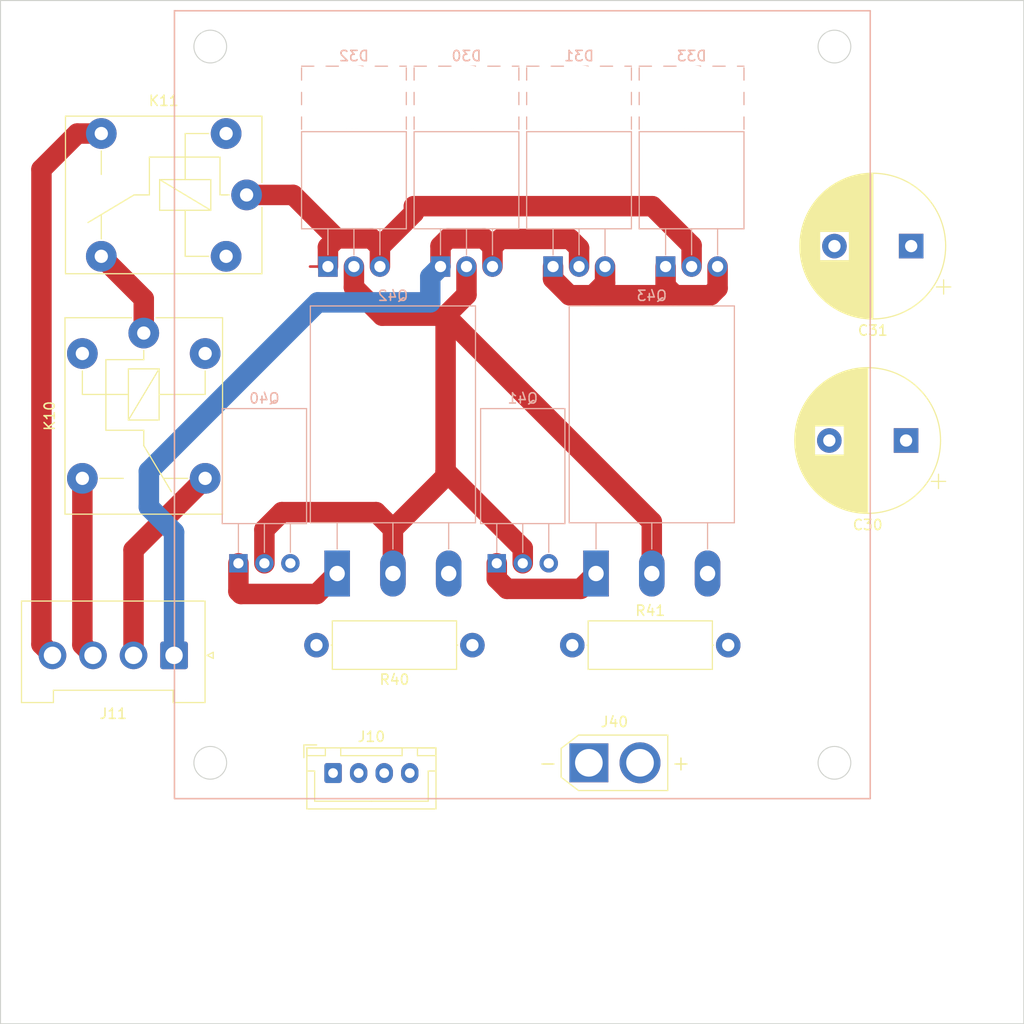
<source format=kicad_pcb>
(kicad_pcb (version 20221018) (generator pcbnew)
  (layers (0 "F.Cu" signal) (31 "B.Cu" signal) (34 "B.Paste" user) (35 "F.Paste" user) (36 "B.SilkS" user "B.Silkscreen") (37 "F.SilkS" user "F.Silkscreen") (38 "B.Mask" user) (39 "F.Mask" user) (44 "Edge.Cuts" user))
  (net 0 "")
  (net 1 "/Power_transistors/collector")
  (net 2 "/Rectifier/-DC")
  (net 3 "/Rectifier/AC1")
  (net 4 "/Rectifier/AC2")
  (net 5 "/Tab selector/Relay_GND")
  (net 6 "/Tab selector/Relay1")
  (net 7 "/Tab selector/Relay2")
  (net 8 "/Tab selector/10V_AC")
  (net 9 "/Tab selector/20V_AC")
  (net 10 "/Tab selector/30V_AC")
  (net 11 "Net-(K10-Pad11)")
  (net 12 "/Power_transistors/pwr_eb1")
  (net 13 "/Power_transistors/base")
  (net 14 "/Power_transistors/pwr_eb2")
  (net 15 "/Power_transistors/pwr_e1")
  (net 16 "/Power_transistors/pwr_e2")
  (net 17 "/Power_transistors/emitter")
  (footprint "Resistor_THT:R_Axial_DIN0414_L11.9mm_D4.5mm_P15.24mm_Horizontal" (layer "F.Cu") (at 29.12 62 180)
    (fp_text reference "R40" (at 7.62 -3.37) (layer "F.SilkS"))
    (fp_text value "220m")
    (pad "1" thru_hole circle (at 0 0 180) (size 2.4 2.4) (drill 1.2) (layers "*.Cu" "*.Mask") (net 15 "/Power_transistors/pwr_e1"))
    (pad "2" thru_hole oval (at 15.24 0 180) (size 2.4 2.4) (drill 1.2) (layers "*.Cu" "*.Mask") (net 17 "/Power_transistors/emitter"))
  )
  (footprint "Capacitor_THT:CP_Radial_D14.0mm_P7.50mm" (layer "F.Cu") (at 72 23 180)
    (fp_text reference "C31" (at 3.75 -8.25) (layer "F.SilkS"))
    (fp_text value "2200u")
    (pad "1" thru_hole rect (at 0 0 180) (size 2.4 2.4) (drill 1.2) (layers "*.Cu" "*.Mask") (net 1 "/Power_transistors/collector"))
    (pad "2" thru_hole circle (at 7.5 0 180) (size 2.4 2.4) (drill 1.2) (layers "*.Cu" "*.Mask") (net 2 "/Rectifier/-DC"))
  )
  (footprint "Relay_THT:Relay_SPDT_Finder_36.11" (layer "F.Cu") (at 7.05 18 180)
    (fp_text reference "K11" (at 8.1 9.2) (layer "F.SilkS"))
    (fp_text value "FINDER-40.41")
    (pad "11" thru_hole circle (at 0 0 180) (size 3 3) (drill 1.3) (layers "*.Cu" "*.Mask") (net 4 "/Rectifier/AC2"))
    (pad "12" thru_hole circle (at 14.2 -6 180) (size 3 3) (drill 1.3) (layers "*.Cu" "*.Mask") (net 11 "Net-(K10-Pad11)"))
    (pad "14" thru_hole circle (at 14.2 6 180) (size 3 3) (drill 1.3) (layers "*.Cu" "*.Mask") (net 10 "/Tab selector/30V_AC"))
    (pad "A1" thru_hole circle (at 2 6 180) (size 3 3) (drill 1.3) (layers "*.Cu" "*.Mask") (net 7 "/Tab selector/Relay2"))
    (pad "A2" thru_hole circle (at 2 -6 180) (size 3 3) (drill 1.3) (layers "*.Cu" "*.Mask") (net 5 "/Tab selector/Relay_GND"))
  )
  (footprint "Relay_THT:Relay_SPDT_Finder_36.11" (layer "F.Cu") (at -3 31.5 -90)
    (fp_text reference "K10" (at 8.1 9.2 90) (layer "F.SilkS"))
    (fp_text value "FINDER-40.41")
    (pad "11" thru_hole circle (at 0 0 270) (size 3 3) (drill 1.3) (layers "*.Cu" "*.Mask") (net 11 "Net-(K10-Pad11)"))
    (pad "12" thru_hole circle (at 14.2 -6 270) (size 3 3) (drill 1.3) (layers "*.Cu" "*.Mask") (net 8 "/Tab selector/10V_AC"))
    (pad "14" thru_hole circle (at 14.2 6 270) (size 3 3) (drill 1.3) (layers "*.Cu" "*.Mask") (net 9 "/Tab selector/20V_AC"))
    (pad "A1" thru_hole circle (at 2 6 270) (size 3 3) (drill 1.3) (layers "*.Cu" "*.Mask") (net 6 "/Tab selector/Relay1"))
    (pad "A2" thru_hole circle (at 2 -6 270) (size 3 3) (drill 1.3) (layers "*.Cu" "*.Mask") (net 5 "/Tab selector/Relay_GND"))
  )
  (footprint "Connector_JST:JST_XH_B4B-XH-A_1x04_P2.50mm_Vertical" (layer "F.Cu") (at 15.5 74.5)
    (fp_text reference "J10" (at 3.75 -3.55) (layer "F.SilkS"))
    (fp_text value "Conn_01x04")
    (pad "1" thru_hole roundrect (at 0 0) (size 1.7 1.95) (drill 0.95) (layers "*.Cu" "*.Mask") (roundrect_rratio 0.147059) (net 5 "/Tab selector/Relay_GND"))
    (pad "2" thru_hole oval (at 2.5 0) (size 1.7 1.95) (drill 0.95) (layers "*.Cu" "*.Mask") (net 6 "/Tab selector/Relay1"))
    (pad "3" thru_hole oval (at 5 0) (size 1.7 1.95) (drill 0.95) (layers "*.Cu" "*.Mask") (net 7 "/Tab selector/Relay2"))
    (pad "4" thru_hole oval (at 7.5 0) (size 1.7 1.95) (drill 0.95) (layers "*.Cu" "*.Mask") (net 13 "/Power_transistors/base"))
  )
  (footprint "Connector_AMASS:AMASS_XT30U-F_1x02_P5.0mm_Vertical" (layer "F.Cu") (at 40.5 73.5)
    (fp_text reference "J40" (at 2.5 -4) (layer "F.SilkS"))
    (fp_text value "XT30")
    (fp_text user "+" (at 9 0) (layer "F.SilkS") (effects (font (size 1.5 1.5))))
    (fp_text user "-" (at -4 0) (layer "F.SilkS") (effects (font (size 1.5 1.5))))
    (pad "1" thru_hole rect (at 0 0) (size 3.8 3.8) (drill 2.7) (layers "*.Cu" "*.Mask") (net 2 "/Rectifier/-DC"))
    (pad "2" thru_hole circle (at 5 0) (size 4 4) (drill 2.7) (layers "*.Cu" "*.Mask") (net 17 "/Power_transistors/emitter"))
  )
  (footprint "Capacitor_THT:CP_Radial_D14.0mm_P7.50mm" (layer "F.Cu") (at 71.5 42 180)
    (fp_text reference "C30" (at 3.75 -8.25) (layer "F.SilkS"))
    (fp_text value "2200u")
    (pad "1" thru_hole rect (at 0 0 180) (size 2.4 2.4) (drill 1.2) (layers "*.Cu" "*.Mask") (net 1 "/Power_transistors/collector"))
    (pad "2" thru_hole circle (at 7.5 0 180) (size 2.4 2.4) (drill 1.2) (layers "*.Cu" "*.Mask") (net 2 "/Rectifier/-DC"))
  )
  (footprint "Connector_JST:JST_VH_B4P-VH-FB-B_1x04_P3.96mm_Vertical" (layer "F.Cu") (at -0.04 63 180)
    (fp_text reference "J11" (at 5.94 -5.7) (layer "F.SilkS"))
    (fp_text value "Conn_01x04")
    (pad "" np_thru_hole circle (at -1.5 -3.4 180) (size 1.45 1.45) (drill 1.45) (layers "*.Cu" "*.Mask"))
    (pad "1" thru_hole roundrect (at 0 0 180) (size 2.7 2.7) (drill 1.7) (layers "*.Cu" "*.Mask") (roundrect_rratio 0.092593) (net 3 "/Rectifier/AC1"))
    (pad "2" thru_hole circle (at 3.96 0 180) (size 2.7 2.7) (drill 1.7) (layers "*.Cu" "*.Mask") (net 8 "/Tab selector/10V_AC"))
    (pad "3" thru_hole circle (at 7.92 0 180) (size 2.7 2.7) (drill 1.7) (layers "*.Cu" "*.Mask") (net 9 "/Tab selector/20V_AC"))
    (pad "4" thru_hole circle (at 11.88 0 180) (size 2.7 2.7) (drill 1.7) (layers "*.Cu" "*.Mask") (net 10 "/Tab selector/30V_AC"))
  )
  (footprint "Resistor_THT:R_Axial_DIN0414_L11.9mm_D4.5mm_P15.24mm_Horizontal" (layer "F.Cu") (at 38.88 62)
    (fp_text reference "R41" (at 7.62 -3.37) (layer "F.SilkS"))
    (fp_text value "220m")
    (pad "1" thru_hole circle (at 0 0) (size 2.4 2.4) (drill 1.2) (layers "*.Cu" "*.Mask") (net 16 "/Power_transistors/pwr_e2"))
    (pad "2" thru_hole oval (at 15.24 0) (size 2.4 2.4) (drill 1.2) (layers "*.Cu" "*.Mask") (net 17 "/Power_transistors/emitter"))
  )
  (footprint "Package_TO_SOT_THT:TO-220-3_Horizontal_TabUp" (layer "B.Cu") (at 26 25)
    (fp_text reference "D30" (at 2.54 -20.58) (layer "B.SilkS") (effects (justify mirror)))
    (fp_text value "MBR3045CT")
    (pad "" np_thru_hole circle (at 2.54 -16.66) (size 6 6) (drill 6) (layers "F&B.Cu" "*.Mask"))
    (pad "1" thru_hole rect (at 0 0) (size 1.905 2) (drill 1.1) (layers "*.Cu" "*.Mask") (net 3 "/Rectifier/AC1"))
    (pad "2" thru_hole oval (at 2.54 0) (size 1.905 2) (drill 1.1) (layers "*.Cu" "*.Mask") (net 1 "/Power_transistors/collector"))
    (pad "3" thru_hole oval (at 5.08 0) (size 1.905 2) (drill 1.1) (layers "*.Cu" "*.Mask") (net 3 "/Rectifier/AC1"))
  )
  (footprint "Package_TO_SOT_THT:TO-220-3_Horizontal_TabUp" (layer "B.Cu") (at 15 25)
    (fp_text reference "D32" (at 2.54 -20.58) (layer "B.SilkS") (effects (justify mirror)))
    (fp_text value "MBR3045CT")
    (pad "" np_thru_hole circle (at 2.54 -16.66) (size 6 6) (drill 6) (layers "F&B.Cu" "*.Mask"))
    (pad "1" thru_hole rect (at 0 0) (size 1.905 2) (drill 1.1) (layers "*.Cu" "*.Mask") (net 4 "/Rectifier/AC2"))
    (pad "2" thru_hole oval (at 2.54 0) (size 1.905 2) (drill 1.1) (layers "*.Cu" "*.Mask") (net 1 "/Power_transistors/collector"))
    (pad "3" thru_hole oval (at 5.08 0) (size 1.905 2) (drill 1.1) (layers "*.Cu" "*.Mask") (net 4 "/Rectifier/AC2"))
  )
  (footprint "Package_TO_SOT_THT:TO-126-3_Horizontal_TabUp" (layer "B.Cu") (at 31.5 54)
    (fp_text reference "Q41" (at 2.54 -16.12) (layer "B.SilkS") (effects (justify mirror)))
    (fp_text value "BD139")
    (pad "" np_thru_hole oval (at 2.54 -11.1) (size 3.2 3.2) (drill 3.2) (layers "*.Cu" "*.Mask"))
    (pad "1" thru_hole rect (at 0 0) (size 1.8 1.8) (drill 1) (layers "*.Cu" "*.Mask") (net 14 "/Power_transistors/pwr_eb2"))
    (pad "2" thru_hole oval (at 2.54 0) (size 1.8 1.8) (drill 1) (layers "*.Cu" "*.Mask") (net 1 "/Power_transistors/collector"))
    (pad "3" thru_hole oval (at 5.08 0) (size 1.8 1.8) (drill 1) (layers "*.Cu" "*.Mask") (net 13 "/Power_transistors/base"))
  )
  (footprint "Package_TO_SOT_THT:TO-247-3_Horizontal_TabUp" (layer "B.Cu") (at 41.2 55)
    (fp_text reference "Q43" (at 5.45 -27.15) (layer "B.SilkS") (effects (justify mirror)))
    (fp_text value "BD249C")
    (pad "" np_thru_hole circle (at 5.45 -19.86) (size 6 6) (drill 6) (layers "F&B.Cu" "*.Mask"))
    (pad "1" thru_hole rect (at 0 0) (size 2.5 4.5) (drill 1.5) (layers "*.Cu" "*.Mask") (net 14 "/Power_transistors/pwr_eb2"))
    (pad "2" thru_hole oval (at 5.45 0) (size 2.5 4.5) (drill 1.5) (layers "*.Cu" "*.Mask") (net 1 "/Power_transistors/collector"))
    (pad "3" thru_hole oval (at 10.9 0) (size 2.5 4.5) (drill 1.5) (layers "*.Cu" "*.Mask") (net 16 "/Power_transistors/pwr_e2"))
  )
  (footprint "Package_TO_SOT_THT:TO-220-3_Horizontal_TabUp" (layer "B.Cu") (at 37 25)
    (fp_text reference "D31" (at 2.54 -20.58) (layer "B.SilkS") (effects (justify mirror)))
    (fp_text value "MBR3045CT")
    (pad "" np_thru_hole circle (at 2.54 -16.66) (size 6 6) (drill 6) (layers "F&B.Cu" "*.Mask"))
    (pad "1" thru_hole rect (at 0 0) (size 1.905 2) (drill 1.1) (layers "*.Cu" "*.Mask") (net 2 "/Rectifier/-DC"))
    (pad "2" thru_hole oval (at 2.54 0) (size 1.905 2) (drill 1.1) (layers "*.Cu" "*.Mask") (net 3 "/Rectifier/AC1"))
    (pad "3" thru_hole oval (at 5.08 0) (size 1.905 2) (drill 1.1) (layers "*.Cu" "*.Mask") (net 2 "/Rectifier/-DC"))
  )
  (footprint "Package_TO_SOT_THT:TO-247-3_Horizontal_TabUp" (layer "B.Cu") (at 15.9 55)
    (fp_text reference "Q42" (at 5.45 -27.15) (layer "B.SilkS") (effects (justify mirror)))
    (fp_text value "BD249C")
    (pad "" np_thru_hole circle (at 5.45 -19.86) (size 6 6) (drill 6) (layers "F&B.Cu" "*.Mask"))
    (pad "1" thru_hole rect (at 0 0) (size 2.5 4.5) (drill 1.5) (layers "*.Cu" "*.Mask") (net 12 "/Power_transistors/pwr_eb1"))
    (pad "2" thru_hole oval (at 5.45 0) (size 2.5 4.5) (drill 1.5) (layers "*.Cu" "*.Mask") (net 1 "/Power_transistors/collector"))
    (pad "3" thru_hole oval (at 10.9 0) (size 2.5 4.5) (drill 1.5) (layers "*.Cu" "*.Mask") (net 15 "/Power_transistors/pwr_e1"))
  )
  (footprint "Package_TO_SOT_THT:TO-220-3_Horizontal_TabUp" (layer "B.Cu") (at 48 25)
    (fp_text reference "D33" (at 2.54 -20.58) (layer "B.SilkS") (effects (justify mirror)))
    (fp_text value "MBR3045CT")
    (pad "" np_thru_hole circle (at 2.54 -16.66) (size 6 6) (drill 6) (layers "F&B.Cu" "*.Mask"))
    (pad "1" thru_hole rect (at 0 0) (size 1.905 2) (drill 1.1) (layers "*.Cu" "*.Mask") (net 2 "/Rectifier/-DC"))
    (pad "2" thru_hole oval (at 2.54 0) (size 1.905 2) (drill 1.1) (layers "*.Cu" "*.Mask") (net 4 "/Rectifier/AC2"))
    (pad "3" thru_hole oval (at 5.08 0) (size 1.905 2) (drill 1.1) (layers "*.Cu" "*.Mask") (net 2 "/Rectifier/-DC"))
  )
  (footprint "Package_TO_SOT_THT:TO-126-3_Horizontal_TabUp" (layer "B.Cu") (at 6.25 54)
    (fp_text reference "Q40" (at 2.54 -16.12) (layer "B.SilkS") (effects (justify mirror)))
    (fp_text value "BD139")
    (pad "" np_thru_hole oval (at 2.54 -11.1) (size 3.2 3.2) (drill 3.2) (layers "*.Cu" "*.Mask"))
    (pad "1" thru_hole rect (at 0 0) (size 1.8 1.8) (drill 1) (layers "*.Cu" "*.Mask") (net 12 "/Power_transistors/pwr_eb1"))
    (pad "2" thru_hole oval (at 2.54 0) (size 1.8 1.8) (drill 1) (layers "*.Cu" "*.Mask") (net 1 "/Power_transistors/collector"))
    (pad "3" thru_hole oval (at 5.08 0) (size 1.8 1.8) (drill 1) (layers "*.Cu" "*.Mask") (net 13 "/Power_transistors/base"))
  )
  (gr_rect (start 0 0) (end 68 77) (stroke (width 0.15)) (fill none) (layer "B.SilkS"))
  (gr_rect (start -17 -1) (end 83 99) (stroke (width 0.1)) (fill none) (layer "Edge.Cuts"))
  (gr_circle (center 64.5 3.5) (end 66.1 3.5) (stroke (width 0.1)) (fill none) (layer "Edge.Cuts"))
  (gr_circle (center 3.5 73.5) (end 5.1 73.5) (stroke (width 0.1)) (fill none) (layer "Edge.Cuts"))
  (gr_circle (center 64.5 73.5) (end 66.1 73.5) (stroke (width 0.1)) (fill none) (layer "Edge.Cuts"))
  (gr_circle (center 3.5 3.5) (end 5.1 3.5) (stroke (width 0.1)) (fill none) (layer "Edge.Cuts"))
  (segment (start 34.04 52.54) (end 26.5 45) (width 2) (layer "F.Cu") (net 1))
  (segment (start 21.35 55) (end 21.35 50.65) (width 2) (layer "F.Cu") (net 1))
  (segment (start 46.65 55) (end 46.65 49.95) (width 2) (layer "F.Cu") (net 1))
  (segment (start 8.79 54) (end 8.79 50.71) (width 2) (layer "F.Cu") (net 1))
  (segment (start 17.54 27.04) (end 20.3 29.8) (width 2) (layer "F.Cu") (net 1))
  (segment (start 10.5 49) (end 19.7 49) (width 2) (layer "F.Cu") (net 1))
  (segment (start 19.7 49) (end 21.35 50.65) (width 2) (layer "F.Cu") (net 1))
  (segment (start 21.35 50.65) (end 26.5 45.5) (width 2) (layer "F.Cu") (net 1))
  (segment (start 26.5 45) (end 26.5 29.8) (width 2) (layer "F.Cu") (net 1))
  (segment (start 46.65 49.95) (end 26.5 29.8) (width 2) (layer "F.Cu") (net 1))
  (segment (start 17.54 25) (end 17.54 27.04) (width 2) (layer "F.Cu") (net 1))
  (segment (start 34.04 54) (end 34.04 52.54) (width 2) (layer "F.Cu") (net 1))
  (segment (start 26.5 29.8) (end 28.54 27.76) (width 2) (layer "F.Cu") (net 1))
  (segment (start 26.5 45.5) (end 26.5 45) (width 2) (layer "F.Cu") (net 1))
  (segment (start 20.3 29.8) (end 26.5 29.8) (width 2) (layer "F.Cu") (net 1))
  (segment (start 28.54 27.76) (end 28.54 25) (width 2) (layer "F.Cu") (net 1))
  (segment (start 8.79 50.71) (end 10.5 49) (width 2) (layer "F.Cu") (net 1))
  (segment (start 48.5 27.8) (end 48.7 27.6) (width 2) (layer "F.Cu") (net 2))
  (segment (start 48.9 27.8) (end 52.4 27.8) (width 2) (layer "F.Cu") (net 2))
  (segment (start 52.4 27.8) (end 53.08 27.12) (width 2) (layer "F.Cu") (net 2))
  (segment (start 48 25) (end 48 26.9) (width 2) (layer "F.Cu") (net 2))
  (segment (start 37 25) (end 37 26.2) (width 2) (layer "F.Cu") (net 2))
  (segment (start 42.08 26.62) (end 42.08 25) (width 2) (layer "F.Cu") (net 2))
  (segment (start 48 26.9) (end 48.7 27.6) (width 2) (layer "F.Cu") (net 2))
  (segment (start 53.08 27.12) (end 53.08 25) (width 2) (layer "F.Cu") (net 2))
  (segment (start 40.9 27.8) (end 42.08 26.62) (width 2) (layer "F.Cu") (net 2))
  (segment (start 48.7 27.6) (end 48.9 27.8) (width 2) (layer "F.Cu") (net 2))
  (segment (start 37 26.2) (end 38.6 27.8) (width 2) (layer "F.Cu") (net 2))
  (segment (start 40.9 27.8) (end 48.5 27.8) (width 2) (layer "F.Cu") (net 2))
  (segment (start 38.6 27.8) (end 40.9 27.8) (width 2) (layer "F.Cu") (net 2))
  (segment (start 26 25) (end 26 23) (width 2) (layer "F.Cu") (net 3))
  (segment (start 26.75 22.25) (end 30.25 22.25) (width 2) (layer "F.Cu") (net 3))
  (segment (start 26 23) (end 26.75 22.25) (width 2) (layer "F.Cu") (net 3))
  (segment (start 39.54 25) (end 39.54 23.1875) (width 2) (layer "F.Cu") (net 3))
  (segment (start 30.25 22.25) (end 31.08 23.08) (width 2) (layer "F.Cu") (net 3))
  (segment (start 31.08 23.08) (end 31.08 25) (width 2) (layer "F.Cu") (net 3))
  (segment (start 38.6525 22.3) (end 31.86 22.3) (width 2) (layer "F.Cu") (net 3))
  (segment (start 39.54 23.1875) (end 38.6525 22.3) (width 2) (layer "F.Cu") (net 3))
  (segment (start 31.86 22.3) (end 31.08 23.08) (width 2) (layer "F.Cu") (net 3))
  (segment (start -0.04 63) (end -0.04 50.96) (width 2) (layer "B.Cu") (net 3))
  (segment (start 14 28.5) (end 25 28.5) (width 2) (layer "B.Cu") (net 3))
  (segment (start -2.5 48.5) (end -2.5 45) (width 2) (layer "B.Cu") (net 3))
  (segment (start -2.5 45) (end 14 28.5) (width 2) (layer "B.Cu") (net 3))
  (segment (start -0.04 50.96) (end -2.5 48.5) (width 2) (layer "B.Cu") (net 3))
  (segment (start 25 28.5) (end 25 26) (width 2) (layer "B.Cu") (net 3))
  (segment (start 25 26) (end 26 25) (width 2) (layer "B.Cu") (net 3))
  (segment (start 46.7 19.1) (end 23.4 19.1) (width 2) (layer "F.Cu") (net 4))
  (segment (start 11.6 18) (end 15.85 22.25) (width 2) (layer "F.Cu") (net 4))
  (segment (start 50.54 22.94) (end 46.7 19.1) (width 2) (layer "F.Cu") (net 4))
  (segment (start 15.85 22.25) (end 15 23.1) (width 2) (layer "F.Cu") (net 4))
  (segment (start 23.4 19.1) (end 23.4 19.76) (width 2) (layer "F.Cu") (net 4))
  (segment (start 15 25) (end 13.25 25) (width 0.25) (layer "F.Cu") (net 4))
  (segment (start 19.25 22.25) (end 15.85 22.25) (width 2) (layer "F.Cu") (net 4))
  (segment (start 15 23.1) (end 15 25) (width 2) (layer "F.Cu") (net 4))
  (segment (start 23.4 19.76) (end 20.08 23.08) (width 2) (layer "F.Cu") (net 4))
  (segment (start 20.08 23.08) (end 19.25 22.25) (width 2) (layer "F.Cu") (net 4))
  (segment (start 7.05 18) (end 11.6 18) (width 2) (layer "F.Cu") (net 4))
  (segment (start 20.08 25) (end 20.08 23.08) (width 2) (layer "F.Cu") (net 4))
  (segment (start 50.54 25) (end 50.54 22.94) (width 2) (layer "F.Cu") (net 4))
  (segment (start -4 52.7) (end 3 45.7) (width 2) (layer "F.Cu") (net 8))
  (segment (start -4 63) (end -4 52.7) (width 2) (layer "F.Cu") (net 8))
  (segment (start -9 45.7) (end -9 61.96) (width 2) (layer "F.Cu") (net 9))
  (segment (start -9 61.96) (end -7.96 63) (width 2) (layer "F.Cu") (net 9))
  (segment (start -7.15 12) (end -9.5 12) (width 2) (layer "F.Cu") (net 10))
  (segment (start -13 15.5) (end -13 61.92) (width 2) (layer "F.Cu") (net 10))
  (segment (start -13 61.92) (end -11.92 63) (width 2) (layer "F.Cu") (net 10))
  (segment (start -9.5 12) (end -13 15.5) (width 2) (layer "F.Cu") (net 10))
  (segment (start -3 28.15) (end -7.15 24) (width 2) (layer "F.Cu") (net 11))
  (segment (start -3 31.5) (end -3 28.15) (width 2) (layer "F.Cu") (net 11))
  (segment (start 6.5 57) (end 13.9 57) (width 2) (layer "F.Cu") (net 12))
  (segment (start 6.25 56.75) (end 6.5 57) (width 2) (layer "F.Cu") (net 12))
  (segment (start 13.9 57) (end 15.9 55) (width 2) (layer "F.Cu") (net 12))
  (segment (start 6.25 54) (end 6.25 56.75) (width 2) (layer "F.Cu") (net 12))
  (segment (start 32.5 56.5) (end 39.7 56.5) (width 2) (layer "F.Cu") (net 14))
  (segment (start 31.5 54) (end 31.5 55.5) (width 2) (layer "F.Cu") (net 14))
  (segment (start 31.5 55.5) (end 32.5 56.5) (width 2) (layer "F.Cu") (net 14))
  (segment (start 39.7 56.5) (end 41.2 55) (width 2) (layer "F.Cu") (net 14))
)
</source>
